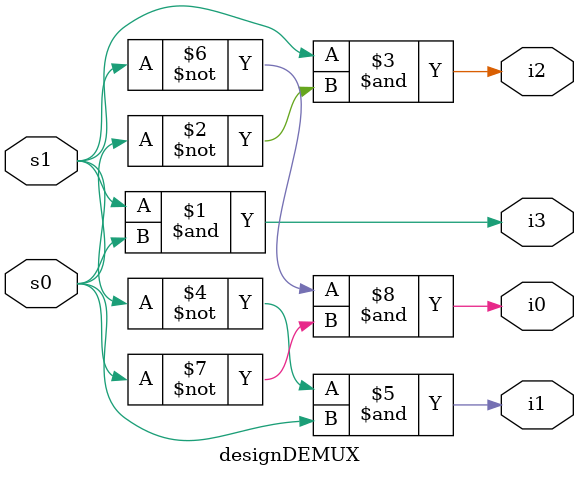
<source format=v>
module designDEMUX(input s1,s0,output i3,i2,i1,i0);
assign i3=s1&s0;
assign i2=s1&~s0;
assign i1=~s1&s0;
assign i0=~s1&~s0;
endmodule

</source>
